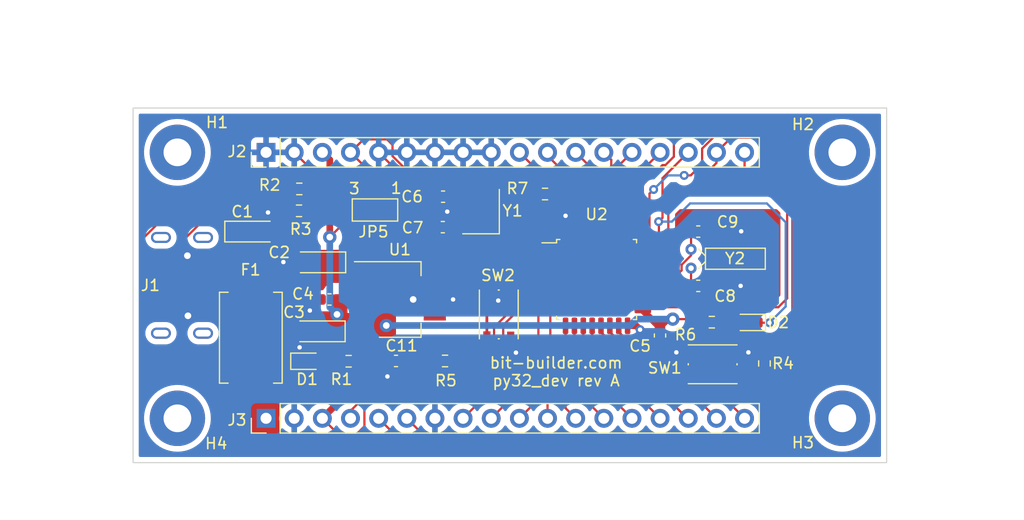
<source format=kicad_pcb>
(kicad_pcb (version 20211014) (generator pcbnew)
  (title_block (title "py32_dev") (rev "A") (company "bit-builder.com"))
  (layers (0 "F.Cu" signal) (31 "B.Cu" signal) (34 "B.Paste" user) (35 "F.Paste" user) (36 "B.SilkS" user "B.Silkscreen") (37 "F.SilkS" user "F.Silkscreen") (38 "B.Mask" user) (39 "F.Mask" user) (44 "Edge.Cuts" user))
  (net 0 "")
  (net 1 "+3.3V")
  (net 2 "GND")
  (net 3 "OSCIN")
  (net 4 "OSCOUT")
  (net 5 "OSC32IN")
  (net 6 "OSC32OUT")
  (net 7 "MCU_RST")
  (net 8 "BOOT0_PRE")
  (net 9 "Net-(D1-Pad2)")
  (net 10 "Net-(J1-PadB5)")
  (net 11 "Net-(J1-PadA5)")
  (net 12 "Net-(D2-Pad2)")
  (net 13 "BOOT0")
  (net 14 "SWDIO")
  (net 15 "SWCLK")
  (net 16 "/VBUS")
  (net 18 "PB7")
  (net 19 "PB6")
  (net 20 "PB5")
  (net 21 "PB4")
  (net 22 "PB3")
  (net 23 "PA15")
  (net 24 "PA8")
  (net 25 "PF3")
  (net 26 "PA0")
  (net 27 "PA1")
  (net 28 "PA2")
  (net 29 "PA3")
  (net 30 "PA4")
  (net 31 "PA5")
  (net 32 "PA6")
  (net 33 "PA7")
  (net 34 "PB0")
  (net 35 "PB1")
  (net 36 "VDD")
  (net 37 "PA12")
  (net 38 "PA11")
  (footprint "Button_Switch_SMD:SW_Push_1P1T_NO_Vertical_Wuerth_434133025816" (layer "F.Cu") (at 174.3 116.125)
    (fp_text reference "SW1" (at -4.325 0.325) (layer "F.SilkS"))
    (fp_text value "Usr")
    (pad "1" smd rect (at 2.075 -1.075) (size 1.05 0.65) (layers "F.Cu" "F.Paste" "F.Mask") (net 2 "GND"))
    (pad "1" smd rect (at -2.075 -1.075) (size 1.05 0.65) (layers "F.Cu" "F.Paste" "F.Mask") (net 2 "GND"))
    (pad "2" smd rect (at -2.075 1.075) (size 1.05 0.65) (layers "F.Cu" "F.Paste" "F.Mask") (net 38 "PA11"))
    (pad "2" smd rect (at 2.05 1.075) (size 1.05 0.65) (layers "F.Cu" "F.Paste" "F.Mask") (net 38 "PA11"))
  )
  (footprint "MountingHole:MountingHole_2.5mm_Pad" (layer "F.Cu") (at 186 97)
    (fp_text reference "H2" (at -3.55 -2.525) (layer "F.SilkS"))
    (fp_text value "MountingHole")
    (pad "1" thru_hole circle (at 0 0) (size 5 5) (drill 2.5) (layers *.Cu *.Mask))
  )
  (footprint "Resistor_SMD:R_0603_1608Metric" (layer "F.Cu") (at 178.975 116.05 90)
    (fp_text reference "R4" (at 0 1.675 180) (layer "F.SilkS"))
    (fp_text value "1.5K")
    (pad "1" smd roundrect (at -0.825 0 90) (size 0.8 0.95) (layers "F.Cu" "F.Paste" "F.Mask") (net 38 "PA11"))
    (pad "2" smd roundrect (at 0.825 0 90) (size 0.8 0.95) (layers "F.Cu" "F.Paste" "F.Mask") (net 1 "+3.3V"))
  )
  (footprint "Resistor_SMD:R_0603_1608Metric" (layer "F.Cu") (at 159.175 100.76)
    (fp_text reference "R7" (at -2.495 -0.5 180) (layer "F.SilkS"))
    (fp_text value "10K")
    (pad "1" smd roundrect (at -0.825 0) (size 0.8 0.95) (layers "F.Cu" "F.Paste" "F.Mask") (net 8 "BOOT0_PRE"))
    (pad "2" smd roundrect (at 0.825 0) (size 0.8 0.95) (layers "F.Cu" "F.Paste" "F.Mask") (net 13 "BOOT0"))
  )
  (footprint "Button_Switch_SMD:SW_Push_1P1T_NO_Vertical_Wuerth_434133025816" (layer "F.Cu") (at 155 111.625 -90)
    (fp_text reference "SW2" (at -3.525 0.075 -180) (layer "F.SilkS"))
    (fp_text value "Reset")
    (pad "1" smd rect (at -2.075 -1.075 270) (size 1.05 0.65) (layers "F.Cu" "F.Paste" "F.Mask") (net 2 "GND"))
    (pad "1" smd rect (at 2.075 -1.075 270) (size 1.05 0.65) (layers "F.Cu" "F.Paste" "F.Mask") (net 2 "GND"))
    (pad "2" smd rect (at -2.075 1.075 270) (size 1.05 0.65) (layers "F.Cu" "F.Paste" "F.Mask") (net 7 "MCU_RST"))
    (pad "2" smd rect (at 2.05 1.075 270) (size 1.05 0.65) (layers "F.Cu" "F.Paste" "F.Mask") (net 7 "MCU_RST"))
  )
  (footprint "Capacitor_SMD:C_0603_1608Metric" (layer "F.Cu") (at 139.725 110.275 180)
    (fp_text reference "C4" (at 2.4 0.5) (layer "F.SilkS"))
    (fp_text value "0.1uf")
    (pad "1" smd roundrect (at -0.775 0 180) (size 0.9 0.95) (layers "F.Cu" "F.Paste" "F.Mask") (net 1 "+3.3V"))
    (pad "2" smd roundrect (at 0.775 0 180) (size 0.9 0.95) (layers "F.Cu" "F.Paste" "F.Mask") (net 2 "GND"))
  )
  (footprint "Capacitor_Tantalum_SMD:CP_EIA-3216-18_Kemet-A_Pad1.58x1.35mm_HandSolder" (layer "F.Cu") (at 138.7 106.925 180)
    (fp_text reference "C2" (at 3.5125 0.9) (layer "F.SilkS"))
    (fp_text value "0.33uf")
    (pad "1" smd roundrect (at -1.4375 0 180) (size 1.575 1.35) (layers "F.Cu" "F.Paste" "F.Mask") (roundrect_rratio 0.185185) (net 36 "VDD"))
    (pad "2" smd roundrect (at 1.4375 0 180) (size 1.575 1.35) (layers "F.Cu" "F.Paste" "F.Mask") (roundrect_rratio 0.185185) (net 2 "GND"))
  )
  (footprint "Connector_PinHeader_2.54mm:PinHeader_1x18_P2.54mm_Vertical" (layer "F.Cu") (at 134 97 90)
    (fp_text reference "J2" (at 0.075 -2.625 180) (layer "F.SilkS"))
    (fp_text value "Conn_01x18")
    (pad "1" thru_hole rect (at 0 0 90) (size 1.7 1.7) (drill 1) (layers *.Cu *.Mask) (net 2 "GND"))
    (pad "2" thru_hole oval (at 0 2.54 90) (size 1.7 1.7) (drill 1) (layers *.Cu *.Mask) (net 2 "GND"))
    (pad "3" thru_hole oval (at 0 5.08 90) (size 1.7 1.7) (drill 1) (layers *.Cu *.Mask) (net 1 "+3.3V"))
    (pad "4" thru_hole oval (at 0 7.62 90) (size 1.7 1.7) (drill 1) (layers *.Cu *.Mask) (net 8 "BOOT0_PRE"))
    (pad "5" thru_hole oval (at 0 10.16 90) (size 1.7 1.7) (drill 1) (layers *.Cu *.Mask) (net 2 "GND"))
    (pad "6" thru_hole oval (at 0 12.7 90) (size 1.7 1.7) (drill 1) (layers *.Cu *.Mask) (net 2 "GND"))
    (pad "7" thru_hole oval (at 0 15.24 90) (size 1.7 1.7) (drill 1) (layers *.Cu *.Mask) (net 2 "GND"))
    (pad "8" thru_hole oval (at 0 17.78 90) (size 1.7 1.7) (drill 1) (layers *.Cu *.Mask) (net 2 "GND"))
    (pad "9" thru_hole oval (at 0 20.32 90) (size 1.7 1.7) (drill 1) (layers *.Cu *.Mask) (net 2 "GND"))
    (pad "10" thru_hole oval (at 0 22.86 90) (size 1.7 1.7) (drill 1) (layers *.Cu *.Mask) (net 18 "PB7"))
    (pad "11" thru_hole oval (at 0 25.4 90) (size 1.7 1.7) (drill 1) (layers *.Cu *.Mask) (net 19 "PB6"))
    (pad "12" thru_hole oval (at 0 27.94 90) (size 1.7 1.7) (drill 1) (layers *.Cu *.Mask) (net 20 "PB5"))
    (pad "13" thru_hole oval (at 0 30.48 90) (size 1.7 1.7) (drill 1) (layers *.Cu *.Mask) (net 21 "PB4"))
    (pad "14" thru_hole oval (at 0 33.02 90) (size 1.7 1.7) (drill 1) (layers *.Cu *.Mask) (net 22 "PB3"))
    (pad "15" thru_hole oval (at 0 35.56 90) (size 1.7 1.7) (drill 1) (layers *.Cu *.Mask) (net 23 "PA15"))
    (pad "16" thru_hole oval (at 0 38.1 90) (size 1.7 1.7) (drill 1) (layers *.Cu *.Mask) (net 37 "PA12"))
    (pad "17" thru_hole oval (at 0 40.64 90) (size 1.7 1.7) (drill 1) (layers *.Cu *.Mask) (net 38 "PA11"))
    (pad "18" thru_hole oval (at 0 43.18 90) (size 1.7 1.7) (drill 1) (layers *.Cu *.Mask) (net 24 "PA8"))
  )
  (footprint "Crystal:Crystal_SMD_TXC_7M-4Pin_3.2x2.5mm" (layer "F.Cu") (at 153.4 102.35 90)
    (fp_text reference "Y1" (at 0.075 2.85 180) (layer "F.SilkS"))
    (fp_text value "24MHz")
    (pad "1" smd rect (at -1.1 0.85 90) (size 1.4 1.2) (layers "F.Cu" "F.Paste" "F.Mask") (net 4 "OSCOUT"))
    (pad "2" smd rect (at 1.1 0.85 90) (size 1.4 1.2) (layers "F.Cu" "F.Paste" "F.Mask") (net 2 "GND"))
    (pad "3" smd rect (at 1.1 -0.85 90) (size 1.4 1.2) (layers "F.Cu" "F.Paste" "F.Mask") (net 3 "OSCIN"))
    (pad "4" smd rect (at -1.1 -0.85 90) (size 1.4 1.2) (layers "F.Cu" "F.Paste" "F.Mask") (net 2 "GND"))
  )
  (footprint "Capacitor_Tantalum_SMD:CP_EIA-3216-18_Kemet-A_Pad1.58x1.35mm_HandSolder" (layer "F.Cu") (at 132.7625 104.15)
    (fp_text reference "C1" (at -0.9125 -1.8) (layer "F.SilkS"))
    (fp_text value "0.1uf")
    (pad "1" smd roundrect (at -1.4375 0) (size 1.575 1.35) (layers "F.Cu" "F.Paste" "F.Mask") (roundrect_rratio 0.185185) (net 16 "/VBUS"))
    (pad "2" smd roundrect (at 1.4375 0) (size 1.575 1.35) (layers "F.Cu" "F.Paste" "F.Mask") (roundrect_rratio 0.185185) (net 2 "GND"))
  )
  (footprint "Fuse:Fuse_Bourns_MF-SM_7.98x5.44mm" (layer "F.Cu") (at 132.625 113.725 -90)
    (fp_text reference "F1" (at -6.125 0.025 180) (layer "F.SilkS"))
    (fp_text value "Polyfuse")
    (pad "1" smd rect (at -3.7 0 270) (size 2.3 3.1) (layers "F.Cu" "F.Paste" "F.Mask") (net 16 "/VBUS"))
    (pad "2" smd rect (at 3.7 0 270) (size 2.3 3.1) (layers "F.Cu" "F.Paste" "F.Mask") (net 36 "VDD"))
  )
  (footprint "Resistor_SMD:R_0603_1608Metric" (layer "F.Cu") (at 141.45 115.85 180)
    (fp_text reference "R1" (at 0.65 -1.625) (layer "F.SilkS"))
    (fp_text value "470")
    (pad "1" smd roundrect (at -0.825 0 180) (size 0.8 0.95) (layers "F.Cu" "F.Paste" "F.Mask") (net 1 "+3.3V"))
    (pad "2" smd roundrect (at 0.825 0 180) (size 0.8 0.95) (layers "F.Cu" "F.Paste" "F.Mask") (net 9 "Net-(D1-Pad2)"))
  )
  (footprint "Jumper:SolderJumper-3_P1.3mm_Open_Pad1.0x1.5mm_NumberLabels" (layer "F.Cu") (at 143.83 102.2 180)
    (fp_text reference "JP5" (at 0.14 -1.97 180) (layer "F.SilkS"))
    (fp_text value "Boot")
    (fp_text user "3" (at 1.86 1.93 180) (layer "F.SilkS"))
    (fp_text user "1" (at -1.92 1.97 180) (layer "F.SilkS"))
    (pad "1" smd rect (at -1.3 0 180) (size 1 1.5) (layers "F.Cu" "F.Mask") (net 2 "GND"))
    (pad "2" smd rect (at 0 0 180) (size 1 1.5) (layers "F.Cu" "F.Mask") (net 8 "BOOT0_PRE"))
    (pad "3" smd rect (at 1.3 0 180) (size 1 1.5) (layers "F.Cu" "F.Mask") (net 1 "+3.3V"))
  )
  (footprint "Capacitor_SMD:C_0603_1608Metric" (layer "F.Cu") (at 145.725 115.825 180)
    (fp_text reference "C11" (at -0.5 1.375) (layer "F.SilkS"))
    (fp_text value "0.1uf")
    (pad "1" smd roundrect (at -0.775 0 180) (size 0.9 0.95) (layers "F.Cu" "F.Paste" "F.Mask") (net 7 "MCU_RST"))
    (pad "2" smd roundrect (at 0.775 0 180) (size 0.9 0.95) (layers "F.Cu" "F.Paste" "F.Mask") (net 2 "GND"))
  )
  (footprint "Crystal:Crystal_DS15_D1.5mm_L5.0mm_Horizontal" (layer "F.Cu") (at 172.35 107.45 90)
    (fp_text reference "Y2" (at 0.875 3.975) (layer "F.SilkS"))
    (fp_text value "32.768KHz")
    (pad "1" thru_hole circle (at 0 0 90) (size 1 1) (drill 0.5) (layers *.Cu *.Mask) (net 6 "OSC32OUT"))
    (pad "2" thru_hole circle (at 1.7 0 90) (size 1 1) (drill 0.5) (layers *.Cu *.Mask) (net 5 "OSC32IN"))
  )
  (footprint "Package_QFP:LQFP-32_7x7mm_P0.8mm" (layer "F.Cu") (at 163.825 108.475)
    (fp_text reference "U2" (at 0 -5.88) (layer "F.SilkS"))
    (fp_text value "PY32F030K1xT")
    (pad "1" smd roundrect (at -4.175 -2.8) (size 1.5 0.5) (layers "F.Cu" "F.Paste" "F.Mask"))
    (pad "2" smd roundrect (at -4.175 -2) (size 1.5 0.5) (layers "F.Cu" "F.Paste" "F.Mask") (net 3 "OSCIN"))
    (pad "3" smd roundrect (at -4.175 -1.2) (size 1.5 0.5) (layers "F.Cu" "F.Paste" "F.Mask") (net 4 "OSCOUT"))
    (pad "4" smd roundrect (at -4.175 -0.4) (size 1.5 0.5) (layers "F.Cu" "F.Paste" "F.Mask") (net 7 "MCU_RST"))
    (pad "5" smd roundrect (at -4.175 0.4) (size 1.5 0.5) (layers "F.Cu" "F.Paste" "F.Mask") (net 25 "PF3"))
    (pad "6" smd roundrect (at -4.175 1.2) (size 1.5 0.5) (layers "F.Cu" "F.Paste" "F.Mask") (net 26 "PA0"))
    (pad "7" smd roundrect (at -4.175 2) (size 1.5 0.5) (layers "F.Cu" "F.Paste" "F.Mask") (net 27 "PA1"))
    (pad "8" smd roundrect (at -4.175 2.8) (size 1.5 0.5) (layers "F.Cu" "F.Paste" "F.Mask") (net 28 "PA2"))
    (pad "9" smd roundrect (at -2.8 4.175) (size 0.5 1.5) (layers "F.Cu" "F.Paste" "F.Mask") (net 29 "PA3"))
    (pad "10" smd roundrect (at -2 4.175) (size 0.5 1.5) (layers "F.Cu" "F.Paste" "F.Mask") (net 30 "PA4"))
    (pad "11" smd roundrect (at -1.2 4.175) (size 0.5 1.5) (layers "F.Cu" "F.Paste" "F.Mask") (net 31 "PA5"))
    (pad "12" smd roundrect (at -0.4 4.175) (size 0.5 1.5) (layers "F.Cu" "F.Paste" "F.Mask") (net 32 "PA6"))
    (pad "13" smd roundrect (at 0.4 4.175) (size 0.5 1.5) (layers "F.Cu" "F.Paste" "F.Mask") (net 33 "PA7"))
    (pad "14" smd roundrect (at 1.2 4.175) (size 0.5 1.5) (layers "F.Cu" "F.Paste" "F.Mask") (net 34 "PB0"))
    (pad "15" smd roundrect (at 2 4.175) (size 0.5 1.5) (layers "F.Cu" "F.Paste" "F.Mask") (net 35 "PB1"))
    (pad "16" smd roundrect (at 2.8 4.175) (size 0.5 1.5) (layers "F.Cu" "F.Paste" "F.Mask") (net 2 "GND"))
    (pad "17" smd roundrect (at 4.175 2.8) (size 1.5 0.5) (layers "F.Cu" "F.Paste" "F.Mask") (net 1 "+3.3V"))
    (pad "18" smd roundrect (at 4.175 2) (size 1.5 0.5) (layers "F.Cu" "F.Paste" "F.Mask") (net 24 "PA8"))
    (pad "19" smd roundrect (at 4.175 1.2) (size 1.5 0.5) (layers "F.Cu" "F.Paste" "F.Mask") (net 6 "OSC32OUT"))
    (pad "20" smd roundrect (at 4.175 0.4) (size 1.5 0.5) (layers "F.Cu" "F.Paste" "F.Mask") (net 5 "OSC32IN"))
    (pad "21" smd roundrect (at 4.175 -0.4) (size 1.5 0.5) (layers "F.Cu" "F.Paste" "F.Mask") (net 38 "PA11"))
    (pad "22" smd roundrect (at 4.175 -1.2) (size 1.5 0.5) (layers "F.Cu" "F.Paste" "F.Mask") (net 37 "PA12"))
    (pad "23" smd roundrect (at 4.175 -2) (size 1.5 0.5) (layers "F.Cu" "F.Paste" "F.Mask") (net 14 "SWDIO"))
    (pad "24" smd roundrect (at 4.175 -2.8) (size 1.5 0.5) (layers "F.Cu" "F.Paste" "F.Mask") (net 15 "SWCLK"))
    (pad "25" smd roundrect (at 2.8 -4.175) (size 0.5 1.5) (layers "F.Cu" "F.Paste" "F.Mask") (net 23 "PA15"))
    (pad "26" smd roundrect (at 2 -4.175) (size 0.5 1.5) (layers "F.Cu" "F.Paste" "F.Mask") (net 22 "PB3"))
    (pad "27" smd roundrect (at 1.2 -4.175) (size 0.5 1.5) (layers "F.Cu" "F.Paste" "F.Mask") (net 21 "PB4"))
    (pad "28" smd roundrect (at 0.4 -4.175) (size 0.5 1.5) (layers "F.Cu" "F.Paste" "F.Mask") (net 20 "PB5"))
    (pad "29" smd roundrect (at -0.4 -4.175) (size 0.5 1.5) (layers "F.Cu" "F.Paste" "F.Mask") (net 19 "PB6"))
    (pad "30" smd roundrect (at -1.2 -4.175) (size 0.5 1.5) (layers "F.Cu" "F.Paste" "F.Mask") (net 18 "PB7"))
    (pad "31" smd roundrect (at -2 -4.175) (size 0.5 1.5) (layers "F.Cu" "F.Paste" "F.Mask") (net 13 "BOOT0"))
    (pad "32" smd roundrect (at -2.8 -4.175) (size 0.5 1.5) (layers "F.Cu" "F.Paste" "F.Mask") (net 2 "GND"))
  )
  (footprint "Capacitor_Tantalum_SMD:CP_EIA-3216-18_Kemet-A_Pad1.58x1.35mm_HandSolder" (layer "F.Cu") (at 138.65 113.15 180)
    (fp_text reference "C3" (at 2.125 1.725) (layer "F.SilkS"))
    (fp_text value "10uf")
    (pad "1" smd roundrect (at -1.4375 0 180) (size 1.575 1.35) (layers "F.Cu" "F.Paste" "F.Mask") (roundrect_rratio 0.185185) (net 1 "+3.3V"))
    (pad "2" smd roundrect (at 1.4375 0 180) (size 1.575 1.35) (layers "F.Cu" "F.Paste" "F.Mask") (roundrect_rratio 0.185185) (net 2 "GND"))
  )
  (footprint "Diode_SMD:D_0603_1608Metric" (layer "F.Cu") (at 177.5875 112.35 180)
    (fp_text reference "D2" (at -2.6375 0) (layer "F.SilkS"))
    (fp_text value "GREEN")
    (pad "1" smd roundrect (at -0.7875 0 180) (size 0.875 0.95) (layers "F.Cu" "F.Paste" "F.Mask") (net 37 "PA12"))
    (pad "2" smd roundrect (at 0.7875 0 180) (size 0.875 0.95) (layers "F.Cu" "F.Paste" "F.Mask") (net 12 "Net-(D2-Pad2)"))
  )
  (footprint "Custom:SHOUHAN TYPE-C 6P" (layer "F.Cu") (at 128.475 109 180)
    (fp_text reference "J1" (at 4.915 0 unlocked) (layer "F.SilkS"))
    (fp_text value "Board Pwr")
    (pad "A5" smd rect (at 0.11 0.5 180) (size 1 0.7) (layers "F.Cu" "F.Paste" "F.Mask") (net 11 "Net-(J1-PadA5)"))
    (pad "A9" smd rect (at 0.11 -1.5 180) (size 1 0.7) (layers "F.Cu" "F.Paste" "F.Mask") (net 16 "/VBUS"))
    (pad "A12" smd rect (at 0.11 -2.7 180) (size 1 0.8) (layers "F.Cu" "F.Paste" "F.Mask") (net 2 "GND"))
    (pad "B5" smd rect (at 0.11 -0.5 180) (size 1 0.7) (layers "F.Cu" "F.Paste" "F.Mask") (net 10 "Net-(J1-PadB5)"))
    (pad "B9" smd rect (at 0.11 1.5 180) (size 1 0.7) (layers "F.Cu" "F.Paste" "F.Mask") (net 16 "/VBUS"))
    (pad "B12" smd rect (at 0.11 2.7 180) (size 1 0.8) (layers "F.Cu" "F.Paste" "F.Mask") (net 2 "GND"))
    (pad "S1" thru_hole oval (at 0.16 4.32 180) (size 1.8 1) (drill oval 1.4 0.6) (layers *.Cu *.Mask))
    (pad "S1" thru_hole oval (at 3.96 4.32 180) (size 1.8 1) (drill oval 1.4 0.6) (layers *.Cu *.Mask))
    (pad "S1" thru_hole oval (at 0.16 -4.32 180) (size 1.8 1) (drill oval 1.4 0.6) (layers *.Cu *.Mask))
    (pad "S1" thru_hole oval (at 3.96 -4.32 180) (size 1.8 1) (drill oval 1.4 0.6) (layers *.Cu *.Mask))
  )
  (footprint "MountingHole:MountingHole_2.5mm_Pad" (layer "F.Cu") (at 186 121)
    (fp_text reference "H3" (at -3.55 2.2) (layer "F.SilkS"))
    (fp_text value "MountingHole")
    (pad "1" thru_hole circle (at 0 0) (size 5 5) (drill 2.5) (layers *.Cu *.Mask))
  )
  (footprint "Capacitor_SMD:C_0603_1608Metric" (layer "F.Cu") (at 173 104.15 180)
    (fp_text reference "C9" (at -2.65 0.875) (layer "F.SilkS"))
    (fp_text value "12.5pf")
    (pad "1" smd roundrect (at -0.775 0 180) (size 0.9 0.95) (layers "F.Cu" "F.Paste" "F.Mask") (net 2 "GND"))
    (pad "2" smd roundrect (at 0.775 0 180) (size 0.9 0.95) (layers "F.Cu" "F.Paste" "F.Mask") (net 5 "OSC32IN"))
  )
  (footprint "Resistor_SMD:R_0603_1608Metric" (layer "F.Cu") (at 174.225 112.325)
    (fp_text reference "R6" (at -2.375 1.125) (layer "F.SilkS"))
    (fp_text value "680")
    (pad "1" smd roundrect (at -0.825 0) (size 0.8 0.95) (layers "F.Cu" "F.Paste" "F.Mask") (net 1 "+3.3V"))
    (pad "2" smd roundrect (at 0.825 0) (size 0.8 0.95) (layers "F.Cu" "F.Paste" "F.Mask") (net 12 "Net-(D2-Pad2)"))
  )
  (footprint "Resistor_SMD:R_0603_1608Metric" (layer "F.Cu") (at 150.15 115.825 180)
    (fp_text reference "R5" (at -0.075 -1.775) (layer "F.SilkS"))
    (fp_text value "10K")
    (pad "1" smd roundrect (at -0.825 0 180) (size 0.8 0.95) (layers "F.Cu" "F.Paste" "F.Mask") (net 1 "+3.3V"))
    (pad "2" smd roundrect (at 0.825 0 180) (size 0.8 0.95) (layers "F.Cu" "F.Paste" "F.Mask") (net 7 "MCU_RST"))
  )
  (footprint "Capacitor_SMD:C_0603_1608Metric" (layer "F.Cu") (at 149.975 101 180)
    (fp_text reference "C6" (at 2.8 0) (layer "F.SilkS"))
    (fp_text value "22pf")
    (pad "1" smd roundrect (at -0.775 0 180) (size 0.9 0.95) (layers "F.Cu" "F.Paste" "F.Mask") (net 3 "OSCIN"))
    (pad "2" smd roundrect (at 0.775 0 180) (size 0.9 0.95) (layers "F.Cu" "F.Paste" "F.Mask") (net 2 "GND"))
  )
  (footprint "Connector_PinHeader_2.54mm:PinHeader_1x18_P2.54mm_Vertical" (layer "F.Cu") (at 134 121 90)
    (fp_text reference "J3" (at -0.15 -2.625 180) (layer "F.SilkS"))
    (fp_text value "Conn_01x18")
    (pad "1" thru_hole rect (at 0 0 90) (size 1.7 1.7) (drill 1) (layers *.Cu *.Mask) (net 36 "VDD"))
    (pad "2" thru_hole oval (at 0 2.54 90) (size 1.7 1.7) (drill 1) (layers *.Cu *.Mask) (net 2 "GND"))
    (pad "3" thru_hole oval (at 0 5.08 90) (size 1.7 1.7) (drill 1) (layers *.Cu *.Mask) (net 1 "+3.3V"))
    (pad "4" thru_hole oval (at 0 7.62 90) (size 1.7 1.7) (drill 1) (layers *.Cu *.Mask) (net 7 "MCU_RST"))
    (pad "5" thru_hole oval (at 0 10.16 90) (size 1.7 1.7) (drill 1) (layers *.Cu *.Mask) (net 15 "SWCLK"))
    (pad "6" thru_hole oval (at 0 12.7 90) (size 1.7 1.7) (drill 1) (layers *.Cu *.Mask) (net 14 "SWDIO"))
    (pad "7" thru_hole oval (at 0 15.24 90) (size 1.7 1.7) (drill 1) (layers *.Cu *.Mask) (net 2 "GND"))
    (pad "8" thru_hole oval (at 0 17.78 90) (size 1.7 1.7) (drill 1) (layers *.Cu *.Mask) (net 25 "PF3"))
    (pad "9" thru_hole oval (at 0 20.32 90) (size 1.7 1.7) (drill 1) (layers *.Cu *.Mask) (net 26 "PA0"))
    (pad "10" thru_hole oval (at 0 22.86 90) (size 1.7 1.7) (drill 1) (layers *.Cu *.Mask) (net 27 "PA1"))
    (pad "11" thru_hole oval (at 0 25.4 90) (size 1.7 1.7) (drill 1) (layers *.Cu *.Mask) (net 28 "PA2"))
    (pad "12" thru_hole oval (at 0 27.94 90) (size 1.7 1.7) (drill 1) (layers *.Cu *.Mask) (net 29 "PA3"))
    (pad "13" thru_hole oval (at 0 30.48 90) (size 1.7 1.7) (drill 1) (layers *.Cu *.Mask) (net 30 "PA4"))
    (pad "14" thru_hole oval (at 0 33.02 90) (size 1.7 1.7) (drill 1) (layers *.Cu *.Mask) (net 31 "PA5"))
    (pad "15" thru_hole oval (at 0 35.56 90) (size 1.7 1.7) (drill 1) (layers *.Cu *.Mask) (net 32 "PA6"))
    (pad "16" thru_hole oval (at 0 38.1 90) (size 1.7 1.7) (drill 1) (layers *.Cu *.Mask) (net 33 "PA7"))
    (pad "17" thru_hole oval (at 0 40.64 90) (size 1.7 1.7) (drill 1) (layers *.Cu *.Mask) (net 34 "PB0"))
    (pad "18" thru_hole oval (at 0 43.18 90) (size 1.7 1.7) (drill 1) (layers *.Cu *.Mask) (net 35 "PB1"))
  )
  (footprint "Resistor_SMD:R_0603_1608Metric" (layer "F.Cu") (at 136.975 102.275)
    (fp_text reference "R3" (at 0.15 1.65) (layer "F.SilkS"))
    (fp_text value "R")
    (pad "1" smd roundrect (at -0.825 0) (size 0.8 0.95) (layers "F.Cu" "F.Paste" "F.Mask") (net 11 "Net-(J1-PadA5)"))
    (pad "2" smd roundrect (at 0.825 0) (size 0.8 0.95) (layers "F.Cu" "F.Paste" "F.Mask") (net 2 "GND"))
  )
  (footprint "Package_TO_SOT_SMD:SOT-223-3_TabPin2" (layer "F.Cu") (at 146.075 110.275)
    (fp_text reference "U1" (at 0 -4.5) (layer "F.SilkS"))
    (fp_text value "uA7805")
    (pad "1" smd rect (at -3.15 -2.3) (size 2 1.5) (layers "F.Cu" "F.Paste" "F.Mask") (net 36 "VDD"))
    (pad "2" smd rect (at 3.15 0) (size 2 3.8) (layers "F.Cu" "F.Paste" "F.Mask") (net 2 "GND"))
    (pad "2" smd rect (at -3.15 0) (size 2 1.5) (layers "F.Cu" "F.Paste" "F.Mask") (net 2 "GND"))
    (pad "3" smd rect (at -3.15 2.3) (size 2 1.5) (layers "F.Cu" "F.Paste" "F.Mask") (net 1 "+3.3V"))
  )
  (footprint "MountingHole:MountingHole_2.5mm_Pad" (layer "F.Cu") (at 126 97)
    (fp_text reference "H1" (at 3.575 -2.7) (layer "F.SilkS"))
    (fp_text value "MountingHole")
    (pad "1" thru_hole circle (at 0 0) (size 5 5) (drill 2.5) (layers *.Cu *.Mask))
  )
  (footprint "Capacitor_SMD:C_0603_1608Metric" (layer "F.Cu") (at 149.95 103.75)
    (fp_text reference "C7" (at -2.725 0.05) (layer "F.SilkS"))
    (fp_text value "22pf")
    (pad "1" smd roundrect (at -0.775 0) (size 0.9 0.95) (layers "F.Cu" "F.Paste" "F.Mask") (net 2 "GND"))
    (pad "2" smd roundrect (at 0.775 0) (size 0.9 0.95) (layers "F.Cu" "F.Paste" "F.Mask") (net 4 "OSCOUT"))
  )
  (footprint "Capacitor_SMD:C_0603_1608Metric" (layer "F.Cu") (at 169.55 113.525 -90)
    (fp_text reference "C5" (at 0.95 1.8) (layer "F.SilkS"))
    (fp_text value "0.1uf")
    (pad "1" smd roundrect (at -0.775 0 270) (size 0.9 0.95) (layers "F.Cu" "F.Paste" "F.Mask") (net 1 "+3.3V"))
    (pad "2" smd roundrect (at 0.775 0 270) (size 0.9 0.95) (layers "F.Cu" "F.Paste" "F.Mask") (net 2 "GND"))
  )
  (footprint "Diode_SMD:D_0603_1608Metric" (layer "F.Cu") (at 137.7125 115.85)
    (fp_text reference "D1" (at -0.0125 1.625) (layer "F.SilkS"))
    (fp_text value "RED")
    (pad "1" smd roundrect (at -0.7875 0) (size 0.875 0.95) (layers "F.Cu" "F.Paste" "F.Mask") (net 2 "GND"))
    (pad "2" smd roundrect (at 0.7875 0) (size 0.875 0.95) (layers "F.Cu" "F.Paste" "F.Mask") (net 9 "Net-(D1-Pad2)"))
  )
  (footprint "Resistor_SMD:R_0603_1608Metric" (layer "F.Cu") (at 137 100.3)
    (fp_text reference "R2" (at -2.675 -0.35) (layer "F.SilkS"))
    (fp_text value "R")
    (pad "1" smd roundrect (at -0.825 0) (size 0.8 0.95) (layers "F.Cu" "F.Paste" "F.Mask") (net 10 "Net-(J1-PadB5)"))
    (pad "2" smd roundrect (at 0.825 0) (size 0.8 0.95) (layers "F.Cu" "F.Paste" "F.Mask") (net 2 "GND"))
  )
  (footprint "MountingHole:MountingHole_2.5mm_Pad" (layer "F.Cu") (at 126 121)
    (fp_text reference "H4" (at 3.5 2.275) (layer "F.SilkS"))
    (fp_text value "MountingHole")
    (pad "1" thru_hole circle (at 0 0) (size 5 5) (drill 2.5) (layers *.Cu *.Mask))
  )
  (footprint "Capacitor_SMD:C_0603_1608Metric" (layer "F.Cu") (at 173 109.05)
    (fp_text reference "C8" (at 2.425 0.925) (layer "F.SilkS"))
    (fp_text value "12.5pf")
    (pad "1" smd roundrect (at -0.775 0) (size 0.9 0.95) (layers "F.Cu" "F.Paste" "F.Mask") (net 6 "OSC32OUT"))
    (pad "2" smd roundrect (at 0.775 0) (size 0.9 0.95) (layers "F.Cu" "F.Paste" "F.Mask") (net 2 "GND"))
  )
  (gr_rect (start 122 93) (end 190 125) (layer "Edge.Cuts") (width 0.1) (fill none))
  (gr_text "bit-builder.com\npy32_dev rev A" (at 160.175 116.8) (layer "F.SilkS") (effects (font (size 1 1))))
  (segment (start 148.825 118.825) (end 150.975 116.675) (width 0.2) (layer "F.Cu") (net 1))
  (segment (start 139.75 104.65) (end 142.2 102.2) (width 0.2) (layer "F.Cu") (net 1))
  (segment (start 144.2 118.825) (end 148.825 118.825) (width 0.2) (layer "F.Cu") (net 1))
  (segment (start 142.875 121.725) (end 142.875 120.15) (width 0.2) (layer "F.Cu") (net 1))
  (segment (start 169.475 112.75) (end 168 111.275) (width 0.6) (layer "F.Cu") (net 1))
  (segment (start 169.55 112.75) (end 169.475 112.75) (width 0.6) (layer "F.Cu") (net 1))
  (segment (start 178.975 114.475) (end 178.975 115.225) (width 0.2) (layer "F.Cu") (net 1))
  (segment (start 142.875 120.15) (end 144.2 118.825) (width 0.2) (layer "F.Cu") (net 1))
  (segment (start 174.975 113.9) (end 178.4 113.9) (width 0.2) (layer "F.Cu") (net 1))
  (segment (start 142.275 115.85) (end 142.275 117.805) (width 0.6) (layer "F.Cu") (net 1))
  (segment (start 142.275 117.805) (end 139.08 121) (width 0.6) (layer "F.Cu") (net 1))
  (segment (start 142.15 122.45) (end 142.875 121.725) (width 0.2) (layer "F.Cu") (net 1))
  (segment (start 170.2505 112.0495) (end 169.55 112.75) (width 0.6) (layer "F.Cu") (net 1))
  (segment (start 150.975 116.675) (end 150.975 115.825) (width 0.2) (layer "F.Cu") (net 1))
  (segment (start 170.7 112.0495) (end 173.1245 112.0495) (width 0.2) (layer "F.Cu") (net 1))
  (segment (start 142.2 102.2) (end 142.53 102.2) (width 0.2) (layer "F.Cu") (net 1))
  (segment (start 178.4 113.9) (end 178.975 114.475) (width 0.2) (layer "F.Cu") (net 1))
  (segment (start 173.4 112.325) (end 174.975 113.9) (width 0.2) (layer "F.Cu") (net 1))
  (segment (start 140.0875 113.15) (end 140.0875 113.1125) (width 0.6) (layer "F.Cu") (net 1))
  (segment (start 170.7 112.0495) (end 170.2505 112.0495) (width 0.6) (layer "F.Cu") (net 1))
  (segment (start 140.53 122.45) (end 142.15 122.45) (width 0.2) (layer "F.Cu") (net 1))
  (segment (start 139.75 97.67) (end 139.08 97) (width 0.6) (layer "F.Cu") (net 1))
  (segment (start 139.08 121) (end 140.53 122.45) (width 0.2) (layer "F.Cu") (net 1))
  (segment (start 173.1245 112.0495) (end 173.4 112.325) (width 0.2) (layer "F.Cu") (net 1))
  (segment (start 139.75 104.65) (end 139.75 97.67) (width 0.6) (layer "F.Cu") (net 1))
  (via (at 144.85 112.625) (size 1.2) (drill 0.6) (layers "F.Cu" "B.Cu") (net 1))
  (via (at 170.7 112.0495) (size 1.2) (drill 0.6) (layers "F.Cu" "B.Cu") (net 1))
  (via (at 140.4 111.625) (size 1.2) (drill 0.6) (layers "F.Cu" "B.Cu") (net 1))
  (via (at 139.75 104.65) (size 1.2) (drill 0.6) (layers "F.Cu" "B.Cu") (net 1))
  (segment (start 166.852207 112.625) (end 167.427707 112.0495) (width 0.6) (layer "B.Cu") (net 1))
  (segment (start 167.427707 112.0495) (end 170.7 112.0495) (width 0.6) (layer "B.Cu") (net 1))
  (segment (start 144.85 112.625) (end 166.852207 112.625) (width 0.6) (layer "B.Cu") (net 1))
  (segment (start 139.75 104.65) (end 139.75 110.975) (width 0.6) (layer "B.Cu") (net 1))
  (segment (start 139.75 110.975) (end 140.4 111.625) (width 0.6) (layer "B.Cu") (net 1))
  (segment (start 144.95 115.825) (end 144.95 117.225) (width 0.2) (layer "F.Cu") (net 2))
  (segment (start 173.775 104.15) (end 176.85 104.15) (width 0.2) (layer "F.Cu") (net 2))
  (segment (start 172.225 115.05) (end 171.025 115.05) (width 0.2) (layer "F.Cu") (net 2))
  (segment (start 166.625 112.65) (end 167.4 112.65) (width 0.6) (layer "F.Cu") (net 2))
  (segment (start 171.025 115.05) (end 170.3 115.05) (width 0.6) (layer "F.Cu") (net 2))
  (segment (start 156.075 113.7) (end 156.075 114.6) (width 0.25) (layer "F.Cu") (net 2))
  (segment (start 176.375 115.05) (end 177.525 115.05) (width 0.2) (layer "F.Cu") (net 2))
  (segment (start 135.5875 106.925) (end 135.5625 106.9) (width 0.6) (layer "F.Cu") (net 2))
  (segment (start 134.2 102.45) (end 134.2 104.15) (width 0.6) (layer "F.Cu") (net 2))
  (segment (start 136.925 115.85) (end 136.925 114.7) (width 0.6) (layer "F.Cu") (net 2))
  (segment (start 137.2125 113.15) (end 137.2125 112.0125) (width 0.6) (layer "F.Cu") (net 2))
  (segment (start 128 106.325) (end 126.9 106.325) (width 0.6) (layer "F.Cu") (net 2))
  (segment (start 137.95 111.275) (end 138.95 110.275) (width 0.6) (layer "F.Cu") (net 2))
  (segment (start 136.54 97) (end 137.825 98.285) (width 0.2) (layer "F.Cu") (net 2))
  (segment (start 137.2625 106.925) (end 135.5875 106.925) (width 0.6) (layer "F.Cu") (net 2))
  (segment (start 137.2125 114.4125) (end 137.025 114.6) (width 0.6) (layer "F.Cu") (net 2))
  (segment (start 127.975 111.75) (end 126.95 111.75) (width 0.6) (layer "F.Cu") (net 2))
  (segment (start 149.225 110.275) (end 150.875 110.275) (width 0.6) (layer "F.Cu") (net 2))
  (segment (start 155.25 110.375) (end 156.075 109.55) (width 0.25) (layer "F.Cu") (net 2))
  (segment (start 142.925 110.275) (end 147.275 110.275) (width 0.6) (layer "F.Cu") (net 2))
  (segment (start 137.825 98.285) (end 137.825 100.3) (width 0.2) (layer "F.Cu") (net 2))
  (segment (start 151.45 102.35) (end 152.55 103.45) (width 0.2) (layer "F.Cu") (net 2))
  (segment (start 172.225 115.05) (end 176.375 115.05) (width 0.2) (layer "F.Cu") (net 2))
  (segment (start 137.8 100.325) (end 137.825 100.3) (width 0.2) (layer "F.Cu") (net 2))
  (segment (start 176.85 104.15) (end 176.875 104.125) (width 0.2) (layer "F.Cu") (net 2))
  (segment (start 136.925 114.7) (end 137.025 114.6) (width 0.6) (layer "F.Cu") (net 2))
  (segment (start 161.025 104.3) (end 161.025 102.725) (width 0.2) (layer "F.Cu") (net 2))
  (segment (start 145.13 102.2) (end 145.13 97.97) (width 0.2) (layer "F.Cu") (net 2))
  (segment (start 154.95 110.375) (end 155.25 110.375) (width 0.25) (layer "F.Cu") (net 2))
  (segment (start 145.13 97.97) (end 144.16 97) (width 0.2) (layer "F.Cu") (net 2))
  (segment (start 156.075 114.6) (end 156.55 115.075) (width 0.25) (layer "F.Cu") (net 2))
  (segment (start 147.275 110.275) (end 149.225 110.275) (width 0.6) (layer "F.Cu") (net 2))
  (segment (start 150.35 102.35) (end 151.45 102.35) (width 0.2) (layer "F.Cu") (net 2))
  (segment (start 134.175 102.425) (end 134.2 102.45) (width 0.6) (layer "F.Cu") (net 2))
  (segment (start 173.775 109.05) (end 176.825 109.05) (width 0.2) (layer "F.Cu") (net 2))
  (segment (start 137.8 102.275) (end 137.8 100.325) (width 0.2) (layer "F.Cu") (net 2))
  (segment (start 137.2125 113.15) (end 137.2125 114.4125) (width 0.6) (layer "F.Cu") (net 2))
  (segment (start 170.3 115.05) (end 169.55 114.3) (width 0.6) (layer "F.Cu") (net 2))
  (segment (start 137.2125 112.0125) (end 137.95 111.275) (width 0.6) (layer "F.Cu") (net 2))
  (segment (start 167.4 112.65) (end 167.75 113) (width 0.6) (layer "F.Cu") (net 2))
  (via (at 171.025 115.05) (size 0.8) (drill 0.4) (layers "F.Cu" "B.Cu") (net 2))
  (via (at 147.275 110.275) (size 1.2) (drill 0.6) (layers "F.Cu" "B.Cu") (net 2))
  (via (at 134.175 102.425) (size 0.8) (drill 0.4) (layers "F.Cu" "B.Cu") (net 2))
  (via (at 126.95 111.75) (size 1.2) (drill 0.6) (layers "F.Cu" "B.Cu") (net 2))
  (via (at 156.55 115.075) (size 0.8) (drill 0.4) (layers "F.Cu" "B.Cu") (net 2))
  (via (at 150.875 110.275) (size 0.8) (drill 0.4) (layers "F.Cu" "B.Cu") (net 2))
  (via (at 150.35 102.35) (size 0.8) (drill 0.4) (layers "F.Cu" "B.Cu") (net 2))
  (via (at 161.025 102.725) (size 0.8) (drill 0.4) (layers "F.Cu" "B.Cu") (net 2))
  (via (at 135.5625 106.9) (size 0.8) (drill 0.4) (layers "F.Cu" "B.Cu") (net 2))
  (via (at 126.9 106.325) (size 1.2) (drill 0.6) (layers "F.Cu" "B.Cu") (net 2))
  (via (at 154.95 110.375) (size 0.8) (drill 0.4) (layers "F.Cu" "B.Cu") (net 2))
  (via (at 176.875 104.125) (size 0.8) (drill 0.4) (layers "F.Cu" "B.Cu") (net 2))
  (via (at 137.025 114.6) (size 0.8) (drill 0.4) (layers "F.Cu" "B.Cu") (net 2))
  (via (at 176.825 109.05) (size 0.8) (drill 0.4) (layers "F.Cu" "B.Cu") (net 2))
  (via (at 144.95 117.225) (size 0.8) (drill 0.4) (layers "F.Cu" "B.Cu") (net 2))
  (via (at 137.95 111.275) (size 0.8) (drill 0.4) (layers "F.Cu" "B.Cu") (net 2))
  (via (at 167.75 113) (size 0.8) (drill 0.4) (layers "F.Cu" "B.Cu") (net 2))
  (via (at 177.525 115.05) (size 0.8) (drill 0.4) (layers "F.Cu" "B.Cu") (net 2))
  (segment (start 153.5 102.3) (end 152.55 101.35) (width 0.2) (layer "F.Cu") (net 3))
  (segment (start 159.65 106.475) (end 159.098959 106.475) (width 0.2) (layer "F.Cu") (net 3))
  (segment (start 159.098959 106.475) (end 154.923959 102.3) (width 0.2) (layer "F.Cu") (net 3))
  (segment (start 152.55 101.35) (end 152.55 101.25) (width 0.2) (layer "F.Cu") (net 3))
  (segment (start 154.923959 102.3) (end 153.5 102.3) (width 0.2) (layer "F.Cu") (net 3))
  (segment (start 151 101.25) (end 150.75 101) (width 0.2) (layer "F.Cu") (net 3))
  (segment (start 152.55 101.25) (end 151 101.25) (width 0.2) (layer "F.Cu") (net 3))
  (segment (start 154.25 103.55) (end 153.225 104.575) (width 0.2) (layer "F.Cu") (net 4))
  (segment (start 159.65 107.275) (end 158.075 107.275) (width 0.2) (layer "F.Cu") (net 4))
  (segment (start 158.075 107.275) (end 154.25 103.45) (width 0.2) (layer "F.Cu") (net 4))
  (segment (start 153.225 104.575) (end 151.55 104.575) (width 0.2) (layer "F.Cu") (net 4))
  (segment (start 154.25 103.45) (end 154.25 103.55) (width 0.2) (layer "F.Cu") (net 4))
  (segment (start 151.55 104.575) (end 150.725 103.75) (width 0.2) (layer "F.Cu") (net 4))
  (segment (start 172.35 104.275) (end 172.225 104.15) (width 0.2) (layer "F.Cu") (net 5))
  (segment (start 172.35 106.3) (end 172.35 105.75) (width 0.2) (layer "F.Cu") (net 5))
  (segment (start 168 108.875) (end 170.275 108.875) (width 0.2) (layer "F.Cu") (net 5))
  (segment (start 171.5 107.15) (end 172.35 106.3) (width 0.2) (layer "F.Cu") (net 5))
  (segment (start 172.35 105.75) (end 172.35 104.275) (width 0.2) (layer "F.Cu") (net 5))
  (segment (start 171.5 107.65) (end 171.5 107.15) (width 0.2) (layer "F.Cu") (net 5))
  (segment (start 170.275 108.875) (end 171.5 107.65) (width 0.2) (layer "F.Cu") (net 5))
  (segment (start 172.35 107.45) (end 172.35 108.925) (width 0.2) (layer "F.Cu") (net 6))
  (segment (start 172.35 108.925) (end 172.225 109.05) (width 0.2) (layer "F.Cu") (net 6))
  (segment (start 168 109.675) (end 170.215 109.675) (width 0.2) (layer "F.Cu") (net 6))
  (segment (start 170.84 109.05) (end 172.225 109.05) (width 0.2) (layer "F.Cu") (net 6))
  (segment (start 170.215 109.675) (end 170.84 109.05) (width 0.2) (layer "F.Cu") (net 6))
  (segment (start 141.62 120.33) (end 143.75 118.2) (width 0.2) (layer "F.Cu") (net 7))
  (segment (start 159.65 108.075) (end 155.95 108.075) (width 0.2) (layer "F.Cu") (net 7))
  (segment (start 146.5 115.825) (end 149.325 115.825) (width 0.2) (layer "F.Cu") (net 7))
  (segment (start 153.925 109.55) (end 154.475 109.55) (width 0.2) (layer "F.Cu") (net 7))
  (segment (start 143.75 118.2) (end 145.275 118.2) (width 0.2) (layer "F.Cu") (net 7))
  (segment (start 153.925 109.55) (end 153.925 113.675) (width 0.25) (layer "F.Cu") (net 7))
  (segment (start 151.475 113.675) (end 149.325 115.825) (width 0.25) (layer "F.Cu") (net 7))
  (segment (start 141.62 121) (end 141.62 120.33) (width 0.2) (layer "F.Cu") (net 7))
  (segment (start 153.925 113.675) (end 151.475 113.675) (width 0.25) (layer "F.Cu") (net 7))
  (segment (start 154.475 109.55) (end 155.95 108.075) (width 0.2) (layer "F.Cu") (net 7))
  (segment (start 146.5 116.975) (end 146.5 115.825) (width 0.2) (layer "F.Cu") (net 7))
  (segment (start 145.275 118.2) (end 146.5 116.975) (width 0.2) (layer "F.Cu") (net 7))
  (segment (start 156.24 98.65) (end 146.723654 98.65) (width 0.2) (layer "F.Cu") (net 8))
  (segment (start 145.41 96.32) (end 144.92 95.83) (width 0.2) (layer "F.Cu") (net 8))
  (segment (start 146.723654 98.65) (end 145.41 97.336346) (width 0.2) (layer "F.Cu") (net 8))
  (segment (start 143.83 99.21) (end 141.62 97) (width 0.2) (layer "F.Cu") (net 8))
  (segment (start 142.795 95.83) (end 141.575 97.05) (width 0.2) (layer "F.Cu") (net 8))
  (segment (start 158.35 100.76) (end 156.24 98.65) (width 0.2) (layer "F.Cu") (net 8))
  (segment (start 144.92 95.83) (end 142.795 95.83) (width 0.2) (layer "F.Cu") (net 8))
  (segment (start 143.83 102.2) (end 143.83 99.21) (width 0.2) (layer "F.Cu") (net 8))
  (segment (start 145.41 97.336346) (end 145.41 96.32) (width 0.2) (layer "F.Cu") (net 8))
  (segment (start 138.5 115.85) (end 140.625 115.85) (width 0.2) (layer "F.Cu") (net 9))
  (segment (start 122.85 106.025) (end 122.85 104.813629) (width 0.2) (layer "F.Cu") (net 10))
  (segment (start 126.325 109.5) (end 122.85 106.025) (width 0.2) (layer "F.Cu") (net 10))
  (segment (start 122.85 104.813629) (end 127.363629 100.3) (width 0.2) (layer "F.Cu") (net 10))
  (segment (start 127.363629 100.3) (end 136.175 100.3) (width 0.2) (layer "F.Cu") (net 10))
  (segment (start 128.365 109.5) (end 126.325 109.5) (width 0.2) (layer "F.Cu") (net 10))
  (segment (start 135.6 101.725) (end 136.15 102.275) (width 0.2) (layer "F.Cu") (net 11))
  (segment (start 125.975 106.775) (end 125.975 105.488629) (width 0.2) (layer "F.Cu") (net 11))
  (segment (start 128.365 108.5) (end 127.7 108.5) (width 0.2) (layer "F.Cu") (net 11))
  (segment (start 125.975 105.488629) (end 129.738629 101.725) (width 0.2) (layer "F.Cu") (net 11))
  (segment (start 129.738629 101.725) (end 135.6 101.725) (width 0.2) (layer "F.Cu") (net 11))
  (segment (start 127.7 108.5) (end 125.975 106.775) (width 0.2) (layer "F.Cu") (net 11))
  (segment (start 175.075 112.35) (end 175.05 112.325) (width 0.2) (layer "F.Cu") (net 12))
  (segment (start 176.8 112.35) (end 175.075 112.35) (width 0.2) (layer "F.Cu") (net 12))
  (segment (start 160.04995 100.76) (end 160 100.76) (width 0.2) (layer "F.Cu") (net 13))
  (segment (start 161.825 104.3) (end 161.825 102.53505) (width 0.2) (layer "F.Cu") (net 13))
  (segment (start 161.825 102.53505) (end 160.04995 100.76) (width 0.2) (layer "F.Cu") (net 13))
  (segment (start 174.738654 95.275) (end 179.15 95.275) (width 0.2) (layer "F.Cu") (net 14))
  (segment (start 182.025 101.7) (end 182.025 119.075) (width 0.2) (layer "F.Cu") (net 14))
  (segment (start 172.32 99.08) (end 173.35 98.05) (width 0.2) (layer "F.Cu") (net 14))
  (segment (start 173.35 96.663654) (end 174.738654 95.275) (width 0.2) (layer "F.Cu") (net 14))
  (segment (start 168.6 104.923959) (end 168.6 100.725) (width 0.2) (layer "F.Cu") (net 14))
  (segment (start 178.425 122.675) (end 148.375 122.675) (width 0.2) (layer "F.Cu") (net 14))
  (segment (start 169.05 105.373959) (end 168.6 104.923959) (width 0.2) (layer "F.Cu") (net 14))
  (segment (start 168.551041 106.475) (end 169.05 105.976041) (width 0.2) (layer "F.Cu") (net 14))
  (segment (start 168 106.475) (end 168.551041 106.475) (width 0.2) (layer "F.Cu") (net 14))
  (segment (start 168.6 100.725) (end 168.975 100.35) (width 0.2) (layer "F.Cu") (net 14))
  (segment (start 180.575 100.25) (end 182.025 101.7) (width 0.2) (layer "F.Cu") (net 14))
  (segment (start 171.73 99.08) (end 172.32 99.08) (width 0.2) (layer "F.Cu") (net 14))
  (segment (start 148.375 122.675) (end 146.7 121) (width 0.2) (layer "F.Cu") (net 14))
  (segment (start 182.025 119.075) (end 178.425 122.675) (width 0.2) (layer "F.Cu") (net 14))
  (segment (start 180.575 96.7) (end 180.575 100.25) (width 0.2) (layer "F.Cu") (net 14))
  (segment (start 179.15 95.275) (end 180.575 96.7) (width 0.2) (layer "F.Cu") (net 14))
  (segment (start 169.05 105.976041) (end 169.05 105.373959) (width 0.2) (layer "F.Cu") (net 14))
  (segment (start 173.35 98.05) (end 173.35 96.663654) (width 0.2) (layer "F.Cu") (net 14))
  (via (at 168.975 100.35) (size 0.8) (drill 0.4) (layers "F.Cu" "B.Cu") (net 14))
  (via (at 171.73 99.08) (size 0.8) (drill 0.4) (layers "F.Cu" "B.Cu") (net 14))
  (segment (start 171.73 99.08) (end 170.245 99.08) (width 0.2) (layer "B.Cu") (net 14))
  (segment (start 170.245 99.08) (end 168.975 100.35) (width 0.2) (layer "B.Cu") (net 14))
  (segment (start 144.16 121.01) (end 144.16 121) (width 0.2) (layer "F.Cu") (net 15))
  (segment (start 170.036346 98.15) (end 170.8 97.386346) (width 0.2) (layer "F.Cu") (net 15))
  (segment (start 172.125 94.8) (end 180.025 94.8) (width 0.2) (layer "F.Cu") (net 15))
  (segment (start 182.5 119.5) (end 178.525 123.475) (width 0.2) (layer "F.Cu") (net 15))
  (segment (start 170.8 97.386346) (end 170.8 96.125) (width 0.2) (layer "F.Cu") (net 15))
  (segment (start 178.525 123.475) (end 146.625 123.475) (width 0.2) (layer "F.Cu") (net 15))
  (segment (start 182.5 97.275) (end 182.5 119.5) (width 0.2) (layer "F.Cu") (net 15))
  (segment (start 146.625 123.475) (end 144.16 121.01) (width 0.2) (layer "F.Cu") (net 15))
  (segment (start 168 99.925) (end 169.775 98.15) (width 0.2) (layer "F.Cu") (net 15))
  (segment (start 169.775 98.15) (end 170.036346 98.15) (width 0.2) (layer "F.Cu") (net 15))
  (segment (start 170.8 96.125) (end 172.125 94.8) (width 0.2) (layer "F.Cu") (net 15))
  (segment (start 180.025 94.8) (end 182.5 97.275) (width 0.2) (layer "F.Cu") (net 15))
  (segment (start 168 105.675) (end 168 99.925) (width 0.2) (layer "F.Cu") (net 15))
  (segment (start 158.76 98.9) (end 156.86 97) (width 0.2) (layer "F.Cu") (net 18))
  (segment (start 160.075 98.9) (end 158.76 98.9) (width 0.2) (layer "F.Cu") (net 18))
  (segment (start 162.625 101.45) (end 160.075 98.9) (width 0.2) (layer "F.Cu") (net 18))
  (segment (start 162.625 104.3) (end 162.625 101.45) (width 0.2) (layer "F.Cu") (net 18))
  (segment (start 163.425 101.325) (end 159.4 97.3) (width 0.2) (layer "F.Cu") (net 19))
  (segment (start 159.4 97.3) (end 159.4 97) (width 0.2) (layer "F.Cu") (net 19))
  (segment (start 163.425 104.3) (end 163.425 101.325) (width 0.2) (layer "F.Cu") (net 19))
  (segment (start 164.225 99.285) (end 161.94 97) (width 0.2) (layer "F.Cu") (net 20))
  (segment (start 164.225 104.3) (end 164.225 99.285) (width 0.2) (layer "F.Cu") (net 20))
  (segment (start 165.15 104.175) (end 165.15 97.67) (width 0.2) (layer "F.Cu") (net 21))
  (segment (start 165.15 97.67) (end 164.48 97) (width 0.2) (layer "F.Cu") (net 21))
  (segment (start 165.025 104.3) (end 165.15 104.175) (width 0.2) (layer "F.Cu") (net 21))
  (segment (start 165.825 98.195) (end 167.02 97) (width 0.2) (layer "F.Cu") (net 22))
  (segment (start 165.825 104.3) (end 165.825 98.195) (width 0.2) (layer "F.Cu") (net 22))
  (segment (start 166.625 99.935) (end 169.56 97) (width 0.2) (layer "F.Cu") (net 23))
  (segment (start 166.625 104.3) (end 166.625 99.935) (width 0.2) (layer "F.Cu") (net 23))
  (segment (start 181.025 102.2) (end 177.18 98.355) (width 0.2) (layer "F.Cu") (net 24))
  (segment (start 168 110.475) (end 168.551041 110.475) (width 0.2) (layer "F.Cu") (net 24))
  (segment (start 181.025 110.175) (end 181.025 102.2) (width 0.2) (layer "F.Cu") (net 24))
  (segment (start 169.051041 110.975) (end 180.225 110.975) (width 0.2) (layer "F.Cu") (net 24))
  (segment (start 168.551041 110.475) (end 169.051041 110.975) (width 0.2) (layer "F.Cu") (net 24))
  (segment (start 177.18 98.355) (end 177.18 97) (width 0.2) (layer "F.Cu") (net 24))
  (segment (start 180.225 110.975) (end 181.025 110.175) (width 0.2) (layer "F.Cu") (net 24))
  (segment (start 159.65 108.875) (end 158.488604 108.875) (width 0.2) (layer "F.Cu") (net 25))
  (segment (start 151.78 121) (end 154.575 118.205) (width 0.2) (layer "F.Cu") (net 25))
  (segment (start 158.488604 108.875) (end 154.575 112.788604) (width 0.2) (layer "F.Cu") (net 25))
  (segment (start 154.575 112.788604) (end 154.575 118.205) (width 0.2) (layer "F.Cu") (net 25))
  (segment (start 155.4 119.92) (end 154.32 121) (width 0.2) (layer "F.Cu") (net 26))
  (segment (start 155.4 112.6) (end 155.4 119.92) (width 0.2) (layer "F.Cu") (net 26))
  (segment (start 159.65 109.675) (end 158.325 109.675) (width 0.2) (layer "F.Cu") (net 26))
  (segment (start 158.325 109.675) (end 155.4 112.6) (width 0.2) (layer "F.Cu") (net 26))
  (segment (start 158.575 119.285) (end 156.86 121) (width 0.2) (layer "F.Cu") (net 27))
  (segment (start 158.575 110.925) (end 158.575 119.285) (width 0.2) (layer "F.Cu") (net 27))
  (segment (start 159.025 110.475) (end 158.575 110.925) (width 0.2) (layer "F.Cu") (net 27))
  (segment (start 159.65 110.475) (end 159.025 110.475) (width 0.2) (layer "F.Cu") (net 27))
  (segment (start 159.4 114.075) (end 159.4 121) (width 0.2) (layer "F.Cu") (net 28))
  (segment (start 159.65 113.825) (end 159.4 114.075) (width 0.2) (layer "F.Cu") (net 28))
  (segment (start 159.65 111.275) (end 159.65 113.825) (width 0.2) (layer "F.Cu") (net 28))
  (segment (start 161.025 120.085) (end 161.94 121) (width 0.2) (layer "F.Cu") (net 29))
  (segment (start 161.025 112.65) (end 161.025 120.085) (width 0.2) (layer "F.Cu") (net 29))
  (segment (start 161.825 118.345) (end 164.48 121) (width 0.2) (layer "F.Cu") (net 30))
  (segment (start 161.825 112.65) (end 161.825 118.345) (width 0.2) (layer "F.Cu") (net 30))
  (segment (start 162.625 112.65) (end 162.625 116.605) (width 0.2) (layer "F.Cu") (net 31))
  (segment (start 162.625 116.605) (end 167.02 121) (width 0.2) (layer "F.Cu") (net 31))
  (segment (start 163.425 112.65) (end 163.425 114.865) (width 0.2) (layer "F.Cu") (net 32))
  (segment (start 163.425 114.865) (end 169.56 121) (width 0.2) (layer "F.Cu") (net 32))
  (segment (start 172 121) (end 172.1 121) (width 0.2) (layer "F.Cu") (net 33))
  (segment (start 164.225 113.225) (end 172 121) (width 0.2) (layer "F.Cu") (net 33))
  (segment (start 164.225 112.65) (end 164.225 113.225) (width 0.2) (layer "F.Cu") (net 33))
  (segment (start 166.3 114.1) (end 171.57 119.37) (width 0.2) (layer "F.Cu") (net 34))
  (segment (start 165.025 112.65) (end 165.025 113.201041) (width 0.2) (layer "F.Cu") (net 34))
  (segment (start 165.025 113.201041) (end 165.923959 114.1) (width 0.2) (layer "F.Cu") (net 34))
  (segment (start 165.025 112.65) (end 165.025 113.3) (width 0.2) (layer "F.Cu") (net 34))
  (segment (start 171.57 119.37) (end 173.01 119.37) (width 0.2) (layer "F.Cu") (net 34))
  (segment (start 173.01 119.37) (end 174.64 121) (width 0.2) (layer "F.Cu") (net 34))
  (segment (start 165.923959 114.1) (end 166.3 114.1) (width 0.2) (layer "F.Cu") (net 34))
  (segment (start 165.825 112.65) (end 165.825 113.201041) (width 0.2) (layer "F.Cu") (net 35))
  (segment (start 166.323959 113.7) (end 166.95 113.7) (width 0.2) (layer "F.Cu") (net 35))
  (segment (start 165.825 113.201041) (end 166.323959 113.7) (width 0.2) (layer "F.Cu") (net 35))
  (segment (start 166.95 113.7) (end 171.81 118.56) (width 0.2) (layer "F.Cu") (net 35))
  (segment (start 174.74 118.56) (end 177.18 121) (width 0.2) (layer "F.Cu") (net 35))
  (segment (start 171.81 118.56) (end 174.74 118.56) (width 0.2) (layer "F.Cu") (net 35))
  (segment (start 169.45 103.275) (end 169.45 106.525) (width 0.2) (layer "F.Cu") (net 37))
  (segment (start 169.425 103.25) (end 169.45 103.275) (width 0.2) (layer "F.Cu") (net 37))
  (segment (start 169.775 99.325) (end 172.1 97) (width 0.2) (layer "F.Cu") (net 37))
  (segment (start 179.425 112.375) (end 178.4 112.375) (width 0.2) (layer "F.Cu") (net 37))
  (segment (start 169.775 102.9) (end 169.775 99.325) (width 0.2) (layer "F.Cu") (net 37))
  (segment (start 168.7 107.275) (end 168 107.275) (width 0.2) (layer "F.Cu") (net 37))
  (segment (start 169.425 103.25) (end 169.775 102.9) (width 0.2) (layer "F.Cu") (net 37))
  (segment (start 169.45 106.525) (end 168.7 107.275) (width 0.2) (layer "F.Cu") (net 37))
  (segment (start 178.4 112.375) (end 178.375 112.35) (width 0.2) (layer "F.Cu") (net 37))
  (via (at 179.425 112.375) (size 0.8) (drill 0.4) (layers "F.Cu" "B.Cu") (net 37))
  (via (at 169.425 103.25) (size 0.8) (drill 0.4) (layers "F.Cu" "B.Cu") (net 37))
  (segment (start 170.62 103.25) (end 172.26 101.61) (width 0.2) (layer "B.Cu") (net 37))
  (segment (start 180.89 103.31) (end 180.89 110.91) (width 0.2) (layer "B.Cu") (net 37))
  (segment (start 172.26 101.61) (end 179.19 101.61) (width 0.2) (layer "B.Cu") (net 37))
  (segment (start 180.89 110.91) (end 179.425 112.375) (width 0.2) (layer "B.Cu") (net 37))
  (segment (start 179.19 101.61) (end 180.89 103.31) (width 0.2) (layer "B.Cu") (net 37))
  (segment (start 169.425 103.25) (end 170.62 103.25) (width 0.2) (layer "B.Cu") (net 37))
  (segment (start 174.64 97) (end 175.965 95.675) (width 0.2) (layer "F.Cu") (net 38))
  (segment (start 179.71 100.135) (end 181.490686 101.915686) (width 0.2) (layer "F.Cu") (net 38))
  (segment (start 181.490686 101.915686) (end 181.490686 114.359314) (width 0.2) (layer "F.Cu") (net 38))
  (segment (start 176.35 117.2) (end 178.65 117.2) (width 0.2) (layer "F.Cu") (net 38))
  (segment (start 168.551041 108.075) (end 170.3 106.326041) (width 0.2) (layer "F.Cu") (net 38))
  (segment (start 174.64 97.96) (end 174.64 97) (width 0.2) (layer "F.Cu") (net 38))
  (segment (start 170.3 106.326041) (end 170.3 102.3) (width 0.2) (layer "F.Cu") (net 38))
  (segment (start 181.490686 114.359314) (end 178.975 116.875) (width 0.2) (layer "F.Cu") (net 38))
  (segment (start 168 108.075) (end 168.551041 108.075) (width 0.2) (layer "F.Cu") (net 38))
  (segment (start 175.965 95.675) (end 178.505 95.675) (width 0.2) (layer "F.Cu") (net 38))
  (segment (start 178.505 95.675) (end 179.71 96.88) (width 0.2) (layer "F.Cu") (net 38))
  (segment (start 178.65 117.2) (end 178.975 116.875) (width 0.2) (layer "F.Cu") (net 38))
  (segment (start 170.3 102.3) (end 174.64 97.96) (width 0.2) (layer "F.Cu") (net 38))
  (segment (start 172.225 117.2) (end 176.35 117.2) (width 0.2) (layer "F.Cu") (net 38))
  (segment (start 179.71 96.88) (end 179.71 100.135) (width 0.2) (layer "F.Cu") (net 38))
  (zone (net 36) (net_name "VDD") (layer "F.Cu") (connect_pads yes (clearance 0.35)) (min_thickness 0.254) (fill yes (thermal_gap 0.508) (thermal_bridge_width 0.508))
    (polygon (pts (xy 144.275 105.775) (xy 144.25 108.825) (xy 139.625 108.775) (xy 134.55 115.775) (xy 134.575 118.875) (xy 130.7 118.85) (xy 130.7 115.825) (xy 138.4 105.8)))
  )
  (zone (net 2) (net_name "GND") (layer "F.Cu") (connect_pads (clearance 0.508)) (min_thickness 0.254) (fill yes (thermal_gap 0.508) (thermal_bridge_width 0.508))
    (polygon (pts (xy 180.75 110.3) (xy 169 110.3) (xy 169 107.85) (xy 170.5 102.125) (xy 180.775 102.125)))
  )
  (zone (net 2) (net_name "GND") (layer "F.Cu") (connect_pads (clearance 0.254)) (min_thickness 0.254) (fill yes (thermal_gap 0.508) (thermal_bridge_width 0.508))
    (polygon (pts (xy 161 105.675) (xy 161 108.025) (xy 157.45 108.025) (xy 154.7 105.375) (xy 147.775 105.35) (xy 147.775 99.375) (xy 155.3 99.35)))
  )
  (zone (net 1) (net_name "+3.3V") (layer "F.Cu") (connect_pads yes (clearance 0.508)) (min_thickness 0.254) (fill yes (thermal_gap 0.508) (thermal_bridge_width 0.508))
    (polygon (pts (xy 145.725 111.5) (xy 145.725 114.4) (xy 143.525 114.4) (xy 143.525 115.075) (xy 143.55 111.5)))
  )
  (zone (net 1) (net_name "+3.3V") (layer "F.Cu") (connect_pads yes (clearance 0.508)) (min_thickness 0.254) (fill yes (thermal_gap 0.508) (thermal_bridge_width 0.508))
    (polygon (pts (xy 141.35 111.5) (xy 143.6 111.5) (xy 143.6 116.9) (xy 141.6 116.9) (xy 141.6 114.55) (xy 138.775 114.55) (xy 138.775 111.35) (xy 139.7 111.35) (xy 139.875 109.825) (xy 141.35 109.825)))
  )
  (zone (net 36) (net_name "VDD") (layer "F.Cu") (connect_pads yes (clearance 0.508)) (min_thickness 0.254) (fill yes (thermal_gap 0.508) (thermal_bridge_width 0.508))
    (polygon (pts (xy 135.27 119.53) (xy 135.26 122.91) (xy 132.23 122.9) (xy 130.7 118.49) (xy 134.57 118.49)))
  )
  (zone (net 16) (net_name "/VBUS") (layer "F.Cu") (connect_pads yes (clearance 0.3)) (min_thickness 0.254) (fill yes (thermal_gap 0.508) (thermal_bridge_width 0.508))
    (polygon (pts (xy 134.17 109.13) (xy 131.22 109.13) (xy 131.22 111.07) (xy 127.8 110.94) (xy 127.81 107) (xy 130.43 104.73) (xy 132.18 104.72)))
  )
  (zone (net 2) (net_name "GND") (layer "B.Cu") (connect_pads (clearance 0.508)) (min_thickness 0.254) (fill yes (thermal_gap 0.508) (thermal_bridge_width 0.508))
    (polygon (pts (xy 190 93) (xy 190 125) (xy 122 125) (xy 122 93)))
  )
)
</source>
